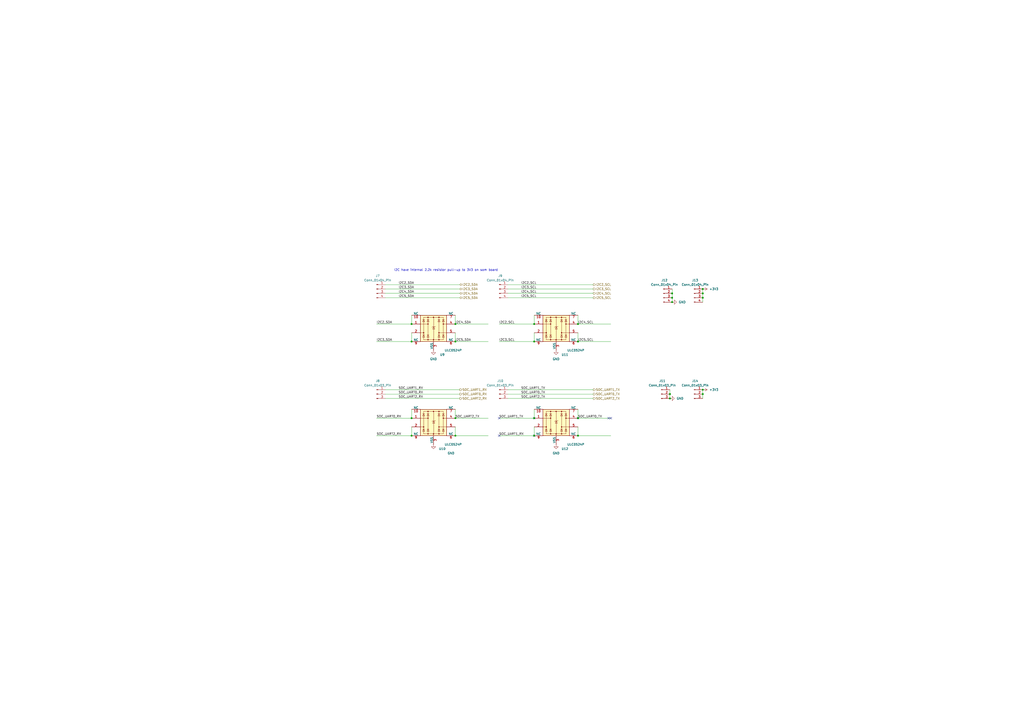
<source format=kicad_sch>
(kicad_sch (version 20250114) (generator "eeschema") (generator_version "9.0")
  (paper "A2")
  (title_block (title "Primer Carrier for LattePanda Mu") (date "2024-03-13") (rev "V1.0.0") (company "DFRobot"))
  (lib_symbols
    (symbol "Connector:Conn_01x03_Pin" (pin_names (offset 1.016) (hide yes))
      (property "Reference" "J" (at 0 5.08 0))
      (property "Value" "Conn_01x03_Pin" (at 0 -5.08 0))
      (symbol "Conn_01x03_Pin_1_1"
        (rectangle (start 0.8636 2.667) (end 0 2.413) (stroke (width 0.1524)) (fill (type outline)))
        (rectangle (start 0.8636 0.127) (end 0 -0.127) (stroke (width 0.1524)) (fill (type outline)))
        (rectangle (start 0.8636 -2.413) (end 0 -2.667) (stroke (width 0.1524)) (fill (type outline)))
        (polyline (pts (xy 1.27 2.54) (xy 0.8636 2.54)) (stroke (width 0.1524)))
        (polyline (pts (xy 1.27 0) (xy 0.8636 0)) (stroke (width 0.1524)))
        (polyline (pts (xy 1.27 -2.54) (xy 0.8636 -2.54)) (stroke (width 0.1524)))
        (pin passive line (at 5.08 2.54 180) (length 3.81) (name "Pin_1") (number "1"))
        (pin passive line (at 5.08 0 180) (length 3.81) (name "Pin_2") (number "2"))
        (pin passive line (at 5.08 -2.54 180) (length 3.81) (name "Pin_3") (number "3"))
      )
    )
    (symbol "Connector:Conn_01x04_Pin" (pin_names (offset 1.016) (hide yes))
      (property "Reference" "J" (at 0 5.08 0))
      (property "Value" "Conn_01x04_Pin" (at 0 -7.62 0))
      (symbol "Conn_01x04_Pin_1_1"
        (rectangle (start 0.8636 2.667) (end 0 2.413) (stroke (width 0.1524)) (fill (type outline)))
        (rectangle (start 0.8636 0.127) (end 0 -0.127) (stroke (width 0.1524)) (fill (type outline)))
        (rectangle (start 0.8636 -2.413) (end 0 -2.667) (stroke (width 0.1524)) (fill (type outline)))
        (rectangle (start 0.8636 -4.953) (end 0 -5.207) (stroke (width 0.1524)) (fill (type outline)))
        (polyline (pts (xy 1.27 2.54) (xy 0.8636 2.54)) (stroke (width 0.1524)))
        (polyline (pts (xy 1.27 0) (xy 0.8636 0)) (stroke (width 0.1524)))
        (polyline (pts (xy 1.27 -2.54) (xy 0.8636 -2.54)) (stroke (width 0.1524)))
        (polyline (pts (xy 1.27 -5.08) (xy 0.8636 -5.08)) (stroke (width 0.1524)))
        (pin passive line (at 5.08 2.54 180) (length 3.81) (name "Pin_1") (number "1"))
        (pin passive line (at 5.08 0 180) (length 3.81) (name "Pin_2") (number "2"))
        (pin passive line (at 5.08 -2.54 180) (length 3.81) (name "Pin_3") (number "3"))
        (pin passive line (at 5.08 -5.08 180) (length 3.81) (name "Pin_4") (number "4"))
      )
    )
    (symbol "Power_Protection:D3V3XA4B10LP" (pin_names (offset 0))
      (property "Reference" "U" (at -0.635 8.89 0))
      (property "Value" "D3V3XA4B10LP" (at 8.89 -10.16 0))
      (symbol "D3V3XA4B10LP_0_0"
        (rectangle (start -5.715 6.477) (end 5.715 -6.604))
        (polyline (pts (xy -3.175 -6.604) (xy -3.175 6.477)))
        (polyline (pts (xy 0.127 6.477) (xy 0.127 -6.604)))
        (polyline (pts (xy 3.175 6.477) (xy 3.175 -6.604)))
      )
      (symbol "D3V3XA4B10LP_0_1"
        (polyline (pts (xy -7.747 2.54) (xy -3.175 2.54)))
        (rectangle (start -7.62 7.62) (end 7.62 -7.62) (stroke (width 0.254)) (fill (type background)))
        (polyline (pts (xy -7.62 -2.54) (xy -5.715 -2.54)))
        (circle (center -5.715 -2.54) (radius 0.2794) (fill (type outline)))
        (polyline (pts (xy -5.08 5.08) (xy -6.35 5.08)))
        (polyline (pts (xy -5.08 3.81) (xy -6.35 3.81) (xy -5.715 5.08) (xy -5.08 3.81)))
        (polyline (pts (xy -5.08 -3.81) (xy -6.35 -3.81)))
        (polyline (pts (xy -5.08 -5.08) (xy -6.35 -5.08) (xy -5.715 -3.81) (xy -5.08 -5.08)))
        (circle (center -3.175 6.477) (radius 0.2794) (fill (type outline)))
        (circle (center -3.175 2.54) (radius 0.2794) (fill (type outline)))
        (circle (center -3.175 -6.604) (radius 0.2794) (fill (type outline)))
        (polyline (pts (xy -2.54 5.08) (xy -3.81 5.08)))
        (polyline (pts (xy -2.54 3.81) (xy -3.81 3.81) (xy -3.175 5.08) (xy -2.54 3.81)))
        (polyline (pts (xy -2.54 -3.81) (xy -3.81 -3.81)))
        (polyline (pts (xy -2.54 -5.08) (xy -3.81 -5.08) (xy -3.175 -3.81) (xy -2.54 -5.08)))
        (polyline (pts (xy -0.508 0.889) (xy -0.889 0.635)))
        (circle (center 0 6.477) (radius 0.2794) (fill (type outline)))
        (polyline (pts (xy 0 -6.604) (xy 0 -7.62)))
        (circle (center 0 -6.604) (radius 0.2794) (fill (type outline)))
        (polyline (pts (xy 0.762 0.889) (xy -0.508 0.889)))
        (polyline (pts (xy 0.762 0.889) (xy 1.143 1.143)))
        (polyline (pts (xy 0.762 -0.381) (xy -0.508 -0.381) (xy 0.127 0.889) (xy 0.762 -0.381)))
        (circle (center 3.175 6.477) (radius 0.2794) (fill (type outline)))
        (circle (center 3.175 -2.54) (radius 0.2794) (fill (type outline)))
        (circle (center 3.175 -6.604) (radius 0.2794) (fill (type outline)))
        (polyline (pts (xy 3.81 5.08) (xy 2.54 5.08)))
        (polyline (pts (xy 3.81 3.81) (xy 2.54 3.81) (xy 3.175 5.08) (xy 3.81 3.81)))
        (polyline (pts (xy 3.81 -3.81) (xy 2.54 -3.81)))
        (polyline (pts (xy 3.81 -5.08) (xy 2.54 -5.08) (xy 3.175 -3.81) (xy 3.81 -5.08)))
        (circle (center 5.715 2.54) (radius 0.2794) (fill (type outline)))
        (polyline (pts (xy 6.35 5.08) (xy 5.08 5.08)))
        (polyline (pts (xy 6.35 3.81) (xy 5.08 3.81) (xy 5.715 5.08) (xy 6.35 3.81)))
        (polyline (pts (xy 6.35 -3.81) (xy 5.08 -3.81)))
        (polyline (pts (xy 6.35 -5.08) (xy 5.08 -5.08) (xy 5.715 -3.81) (xy 6.35 -5.08)))
        (polyline (pts (xy 7.62 2.54) (xy 5.715 2.54)))
        (polyline (pts (xy 7.62 -2.54) (xy 3.175 -2.54)))
      )
      (symbol "D3V3XA4B10LP_1_1"
        (pin free line (at -12.7 7.62 0) (length 5.08) (name "NC") (number "10"))
        (pin passive line (at -12.7 2.54 0) (length 5.08) (name "~") (number "1"))
        (pin passive line (at -12.7 -2.54 0) (length 5.08) (name "~") (number "2"))
        (pin free line (at -12.7 -7.62 0) (length 5.08) (name "NC") (number "9"))
        (pin power_in line (at 0 -12.7 90) (length 5.08) (name "VSS") (number "3"))
        (pin passive line (at 0 -12.7 90) (length 5.08) (hide yes) (name "VSS") (number "8"))
        (pin free line (at 12.7 7.62 180) (length 5.08) (name "NC") (number "7"))
        (pin passive line (at 12.7 2.54 180) (length 5.08) (name "~") (number "4"))
        (pin passive line (at 12.7 -2.54 180) (length 5.08) (name "~") (number "5"))
        (pin free line (at 12.7 -7.62 180) (length 5.08) (name "NC") (number "6"))
      )
    )
    (symbol "power:+3V3" (power) (pin_numbers (hide yes)) (pin_names (offset 0) (hide yes))
      (property "Value" "+3V3" (at 0 3.556 0))
      (symbol "+3V3_0_1"
        (polyline (pts (xy -0.762 1.27) (xy 0 2.54)))
        (polyline (pts (xy 0 2.54) (xy 0.762 1.27)))
        (polyline (pts (xy 0 0) (xy 0 2.54)))
      )
      (symbol "+3V3_1_1"
        (pin power_in line (at 0 0 90) (length 0) (name "~") (number "1"))
      )
    )
    (symbol "power:GND" (power) (pin_numbers (hide yes)) (pin_names (offset 0) (hide yes))
      (property "Value" "GND" (at 0 -3.81 0))
      (symbol "GND_0_1"
        (polyline (pts (xy 0 0) (xy 0 -1.27) (xy 1.27 -1.27) (xy 0 -2.54) (xy -1.27 -1.27) (xy 0 -1.27)))
      )
      (symbol "GND_1_1"
        (pin power_in line (at 0 0 270) (length 0) (name "~") (number "1"))
      )
    )
  )
  (text "I2C have internal 2.2k resistor pull-up to 3V3 on som board\n" (at 228.6 157.48 0) (effects (font (size 1.27 1.27)) (justify left bottom)))
  (junction (at 264.16 242.57))
  (junction (at 389.89 175.26))
  (junction (at 389.89 172.72))
  (junction (at 238.76 242.57))
  (junction (at 309.88 252.73))
  (junction (at 407.67 172.72))
  (junction (at 309.88 242.57))
  (junction (at 238.76 198.12))
  (junction (at 388.62 231.14))
  (junction (at 264.16 252.73))
  (junction (at 407.67 228.6))
  (junction (at 264.16 187.96))
  (junction (at 309.88 187.96))
  (junction (at 407.67 167.64))
  (junction (at 335.28 187.96))
  (junction (at 407.67 226.06))
  (junction (at 335.28 198.12))
  (junction (at 388.62 228.6))
  (junction (at 335.28 242.57))
  (junction (at 389.89 170.18))
  (junction (at 264.16 198.12))
  (junction (at 309.88 198.12))
  (junction (at 407.67 170.18))
  (junction (at 238.76 187.96))
  (junction (at 238.76 252.73))
  (junction (at 335.28 252.73))
  (no_connect (at 309.88 242.57))
  (no_connect (at 309.88 252.73))
  (no_connect (at 353.06 242.57))
  (no_connect (at 289.56 252.73))
  (no_connect (at 289.56 242.57))
  (no_connect (at 335.28 242.57))
  (no_connect (at 354.33 242.57))
  (wire (pts (xy 389.89 170.18) (xy 389.89 172.72)))
  (wire (pts (xy 264.16 237.49) (xy 264.16 242.57)))
  (wire (pts (xy 407.67 172.72) (xy 407.67 175.26)))
  (wire (pts (xy 335.28 187.96) (xy 354.33 187.96)))
  (wire (pts (xy 389.89 172.72) (xy 389.89 175.26)))
  (wire (pts (xy 218.44 187.96) (xy 238.76 187.96)))
  (wire (pts (xy 309.88 193.04) (xy 309.88 198.12)))
  (wire (pts (xy 264.16 198.12) (xy 283.21 198.12)))
  (wire (pts (xy 407.67 167.64) (xy 407.67 170.18)))
  (wire (pts (xy 264.16 193.04) (xy 264.16 198.12)))
  (wire (pts (xy 388.62 228.6) (xy 388.62 226.06)))
  (wire (pts (xy 407.67 226.06) (xy 407.67 228.6)))
  (wire (pts (xy 344.17 172.72) (xy 294.64 172.72)))
  (wire (pts (xy 264.16 247.65) (xy 264.16 252.73)))
  (wire (pts (xy 223.52 226.06) (xy 266.7 226.06)))
  (wire (pts (xy 289.56 242.57) (xy 309.88 242.57)))
  (wire (pts (xy 335.28 242.57) (xy 354.33 242.57)))
  (wire (pts (xy 335.28 193.04) (xy 335.28 198.12)))
  (wire (pts (xy 344.17 165.1) (xy 294.64 165.1)))
  (wire (pts (xy 344.17 170.18) (xy 294.64 170.18)))
  (wire (pts (xy 344.17 167.64) (xy 294.64 167.64)))
  (wire (pts (xy 294.64 231.14) (xy 344.17 231.14)))
  (wire (pts (xy 264.16 252.73) (xy 283.21 252.73)))
  (wire (pts (xy 389.89 167.64) (xy 389.89 170.18)))
  (wire (pts (xy 223.52 167.64) (xy 266.7 167.64)))
  (wire (pts (xy 407.67 170.18) (xy 407.67 172.72)))
  (wire (pts (xy 264.16 182.88) (xy 264.16 187.96)))
  (wire (pts (xy 218.44 242.57) (xy 238.76 242.57)))
  (wire (pts (xy 294.64 226.06) (xy 344.17 226.06)))
  (wire (pts (xy 289.56 187.96) (xy 309.88 187.96)))
  (wire (pts (xy 223.52 170.18) (xy 266.7 170.18)))
  (wire (pts (xy 335.28 182.88) (xy 335.28 187.96)))
  (wire (pts (xy 309.88 237.49) (xy 309.88 242.57)))
  (wire (pts (xy 264.16 187.96) (xy 283.21 187.96)))
  (wire (pts (xy 218.44 198.12) (xy 238.76 198.12)))
  (wire (pts (xy 266.7 228.6) (xy 223.52 228.6)))
  (wire (pts (xy 238.76 237.49) (xy 238.76 242.57)))
  (wire (pts (xy 238.76 247.65) (xy 238.76 252.73)))
  (wire (pts (xy 335.28 237.49) (xy 335.28 242.57)))
  (wire (pts (xy 218.44 252.73) (xy 238.76 252.73)))
  (wire (pts (xy 238.76 182.88) (xy 238.76 187.96)))
  (wire (pts (xy 294.64 228.6) (xy 344.17 228.6)))
  (wire (pts (xy 388.62 231.14) (xy 388.62 228.6)))
  (wire (pts (xy 335.28 247.65) (xy 335.28 252.73)))
  (wire (pts (xy 223.52 172.72) (xy 266.7 172.72)))
  (wire (pts (xy 309.88 182.88) (xy 309.88 187.96)))
  (wire (pts (xy 264.16 242.57) (xy 283.21 242.57)))
  (wire (pts (xy 238.76 193.04) (xy 238.76 198.12)))
  (wire (pts (xy 289.56 198.12) (xy 309.88 198.12)))
  (wire (pts (xy 407.67 228.6) (xy 407.67 231.14)))
  (wire (pts (xy 335.28 252.73) (xy 354.33 252.73)))
  (wire (pts (xy 309.88 247.65) (xy 309.88 252.73)))
  (wire (pts (xy 223.52 165.1) (xy 266.7 165.1)))
  (wire (pts (xy 289.56 252.73) (xy 309.88 252.73)))
  (wire (pts (xy 335.28 198.12) (xy 354.33 198.12)))
  (wire (pts (xy 223.52 231.14) (xy 266.7 231.14)))
  (label "I2C4_SDA" (at 264.16 187.96 0))
  (label "I2C5_SDA" (at 264.16 198.12 0))
  (label "I2C4_SCL" (at 335.28 187.96 0))
  (label "SOC_UART1_TX" (at 302.26 226.06 0))
  (label "I2C3_SDA" (at 231.14 167.64 0))
  (label "I2C3_SCL" (at 302.26 167.64 0))
  (label "SOC_UART0_TX" (at 302.26 228.6 0))
  (label "SOC_UART2_RX" (at 231.14 231.14 0))
  (label "I2C2_SDA" (at 218.44 187.96 0))
  (label "I2C4_SDA" (at 231.14 170.18 0))
  (label "I2C5_SCL" (at 335.28 198.12 0))
  (label "I2C5_SDA" (at 231.14 172.72 0))
  (label "SOC_UART1_TX" (at 289.56 242.57 0))
  (label "SOC_UART2_RX" (at 218.44 252.73 0))
  (label "SOC_UART1_RX" (at 289.56 252.73 0))
  (label "I2C4_SCL" (at 302.26 170.18 0))
  (label "I2C5_SCL" (at 302.26 172.72 0))
  (label "SOC_UART0_RX" (at 218.44 242.57 0))
  (label "SOC_UART1_RX" (at 231.14 226.06 0))
  (label "SOC_UART2_TX" (at 302.26 231.14 0))
  (label "I2C2_SDA" (at 231.14 165.1 0))
  (label "I2C2_SCL" (at 302.26 165.1 0))
  (label "SOC_UART0_RX" (at 231.14 228.6 0))
  (label "SOC_UART2_TX" (at 264.16 242.57 0))
  (label "I2C3_SCL" (at 289.56 198.12 0))
  (label "SOC_UART0_TX" (at 335.28 242.57 0))
  (label "I2C2_SCL" (at 289.56 187.96 0))
  (label "I2C3_SDA" (at 218.44 198.12 0))
  (hierarchical_label "SOC_UART1_TX" (shape output) (at 344.17 226.06 0))
  (hierarchical_label "SOC_UART0_RX" (shape output) (at 266.7 228.6 0))
  (hierarchical_label "I2C4_SCL" (shape output) (at 344.17 170.18 0))
  (hierarchical_label "I2C4_SDA" (shape bidirectional) (at 266.7 170.18 0))
  (hierarchical_label "SOC_UART2_TX" (shape output) (at 344.17 231.14 0))
  (hierarchical_label "SOC_UART1_RX" (shape output) (at 266.7 226.06 0))
  (hierarchical_label "I2C2_SDA" (shape bidirectional) (at 266.7 165.1 0))
  (hierarchical_label "I2C2_SCL" (shape output) (at 344.17 165.1 0))
  (hierarchical_label "I2C5_SCL" (shape output) (at 344.17 172.72 0))
  (hierarchical_label "I2C3_SDA" (shape bidirectional) (at 266.7 167.64 0))
  (hierarchical_label "SOC_UART0_TX" (shape output) (at 344.17 228.6 0))
  (hierarchical_label "I2C3_SCL" (shape output) (at 344.17 167.64 0))
  (hierarchical_label "SOC_UART2_RX" (shape output) (at 266.7 231.14 0))
  (hierarchical_label "I2C5_SDA" (shape bidirectional) (at 266.7 172.72 0))
  (symbol (lib_id "power:+3V3") (at 407.67 226.06 270) (unit 1)
    (property "Reference" "#PWR063" (effects (hide yes)))
    (property "Value" "+3V3" (at 411.48 226.06 90) (effects (justify left)))
  )
  (symbol (lib_id "Connector:Conn_01x03_Pin") (at 289.56 228.6 0) (unit 1)
    (property "Reference" "J10" (at 290.195 220.98 0))
    (property "Value" "Conn_01x03_Pin" (at 290.195 223.52 0))
    (property "Footprint" "A_HDJ_Library:PinHeader_1x03_P2.54mm_Vertical" (effects (hide yes)))
  )
  (symbol (lib_id "Connector:Conn_01x04_Pin") (at 289.56 167.64 0) (unit 1)
    (property "Reference" "J9" (at 290.195 160.02 0))
    (property "Value" "Conn_01x04_Pin" (at 290.195 162.56 0))
    (property "Footprint" "A_HDJ_Library:PinHeader_1x04_P2.54mm_Vertical" (effects (hide yes)))
  )
  (symbol (lib_id "Power_Protection:D3V3XA4B10LP") (at 251.46 190.5 0) (unit 1)
    (property "Reference" "U9" (at 256.54 205.74 0))
    (property "Value" "ULC0524P" (at 262.89 203.2 0))
    (property "Footprint" "A_HDJ_Library:Diodes_UDFN-10_1.0x2.5mm_P0.5mm" (effects (hide yes)))
    (property "Datasheet" "https://www.diodes.com/assets/Datasheets/D3V3XA4B10LP.pdf" (effects (hide yes)))
  )
  (symbol (lib_id "Power_Protection:D3V3XA4B10LP") (at 322.58 190.5 0) (unit 1)
    (property "Reference" "U11" (at 327.66 205.74 0))
    (property "Value" "ULC0524P" (at 334.01 203.2 0))
    (property "Footprint" "A_HDJ_Library:Diodes_UDFN-10_1.0x2.5mm_P0.5mm" (effects (hide yes)))
    (property "Datasheet" "https://www.diodes.com/assets/Datasheets/D3V3XA4B10LP.pdf" (effects (hide yes)))
  )
  (symbol (lib_id "power:GND") (at 322.58 257.81 0) (unit 1)
    (property "Reference" "#PWR059" (effects (hide yes)))
    (property "Value" "GND" (at 322.58 262.89 0))
  )
  (symbol (lib_id "power:GND") (at 389.89 175.26 90) (unit 1)
    (property "Reference" "#PWR061" (effects (hide yes)))
    (property "Value" "GND" (at 393.7 175.26 90) (effects (justify right)))
  )
  (symbol (lib_id "Connector:Conn_01x04_Pin") (at 218.44 167.64 0) (unit 1)
    (property "Reference" "J7" (at 219.075 160.02 0))
    (property "Value" "Conn_01x04_Pin" (at 219.075 162.56 0))
    (property "Footprint" "A_HDJ_Library:PinHeader_1x04_P2.54mm_Vertical" (effects (hide yes)))
  )
  (symbol (lib_id "Connector:Conn_01x03_Pin") (at 218.44 228.6 0) (unit 1)
    (property "Reference" "J8" (at 219.075 220.98 0))
    (property "Value" "Conn_01x03_Pin" (at 219.075 223.52 0))
    (property "Footprint" "A_HDJ_Library:PinHeader_1x03_P2.54mm_Vertical" (effects (hide yes)))
  )
  (symbol (lib_id "Connector:Conn_01x03_Pin") (at 383.54 228.6 0) (unit 1)
    (property "Reference" "J11" (at 384.175 220.98 0))
    (property "Value" "Conn_01x03_Pin" (at 384.175 223.52 0))
    (property "Footprint" "A_HDJ_Library:PinHeader_1x03_P2.54mm_Vertical" (effects (hide yes)))
  )
  (symbol (lib_id "power:GND") (at 251.46 203.2 0) (unit 1)
    (property "Reference" "#PWR056" (effects (hide yes)))
    (property "Value" "GND" (at 251.46 208.28 0))
  )
  (symbol (lib_id "power:GND") (at 388.62 231.14 90) (unit 1)
    (property "Reference" "#PWR060" (effects (hide yes)))
    (property "Value" "GND" (at 392.43 231.14 90) (effects (justify right)))
  )
  (symbol (lib_id "power:GND") (at 322.58 203.2 0) (unit 1)
    (property "Reference" "#PWR058" (effects (hide yes)))
    (property "Value" "GND" (at 322.58 208.28 0))
  )
  (symbol (lib_id "Power_Protection:D3V3XA4B10LP") (at 251.46 245.11 0) (unit 1)
    (property "Reference" "U10" (at 256.54 260.35 0))
    (property "Value" "ULC0524P" (at 262.89 257.81 0))
    (property "Footprint" "A_HDJ_Library:Diodes_UDFN-10_1.0x2.5mm_P0.5mm" (effects (hide yes)))
    (property "Datasheet" "https://www.diodes.com/assets/Datasheets/D3V3XA4B10LP.pdf" (effects (hide yes)))
  )
  (symbol (lib_id "power:+3V3") (at 407.67 167.64 270) (unit 1)
    (property "Reference" "#PWR062" (effects (hide yes)))
    (property "Value" "+3V3" (at 411.48 167.64 90) (effects (justify left)))
  )
  (symbol (lib_id "power:GND") (at 251.46 257.81 0) (unit 1)
    (property "Reference" "#PWR057" (effects (hide yes)))
    (property "Value" "GND" (at 261.62 262.89 0))
  )
  (symbol (lib_id "Connector:Conn_01x04_Pin") (at 402.59 170.18 0) (unit 1)
    (property "Reference" "J13" (at 403.225 162.56 0))
    (property "Value" "Conn_01x04_Pin" (at 403.225 165.1 0))
    (property "Footprint" "A_HDJ_Library:PinHeader_1x04_P2.54mm_Vertical" (effects (hide yes)))
  )
  (symbol (lib_id "Connector:Conn_01x04_Pin") (at 384.81 170.18 0) (unit 1)
    (property "Reference" "J12" (at 385.445 162.56 0))
    (property "Value" "Conn_01x04_Pin" (at 385.445 165.1 0))
    (property "Footprint" "A_HDJ_Library:PinHeader_1x04_P2.54mm_Vertical" (effects (hide yes)))
  )
  (symbol (lib_id "Connector:Conn_01x03_Pin") (at 402.59 228.6 0) (unit 1)
    (property "Reference" "J14" (at 403.225 220.98 0))
    (property "Value" "Conn_01x03_Pin" (at 403.225 223.52 0))
    (property "Footprint" "A_HDJ_Library:PinHeader_1x03_P2.54mm_Vertical" (effects (hide yes)))
  )
  (symbol (lib_id "Power_Protection:D3V3XA4B10LP") (at 322.58 245.11 0) (unit 1)
    (property "Reference" "U12" (at 327.66 260.35 0))
    (property "Value" "ULC0524P" (at 334.01 257.81 0))
    (property "Footprint" "A_HDJ_Library:Diodes_UDFN-10_1.0x2.5mm_P0.5mm" (effects (hide yes)))
    (property "Datasheet" "https://www.diodes.com/assets/Datasheets/D3V3XA4B10LP.pdf" (effects (hide yes)))
  )
)
</source>
